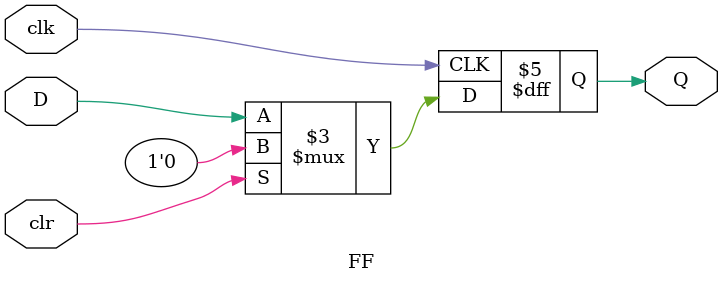
<source format=v>
`timescale 1ns / 1ps
/*
   //////////////////////////////////////////////////////////////////////////////////
   // Engineer: Manuel Sandoz
   // Create Date: 10/15/2021 06:21:50 PM
   // Module Name: DFlipFLop
   //////////////////////////////////////////////////////////////////////////////////
*/
module FF(
   input D, clk, clr,
   output Q
   );
   
   reg Q;
   
   always @(posedge clk)
      if (clr)begin 
            Q <= 0;
         end
      else begin
         Q <= D;
         end 
endmodule


</source>
